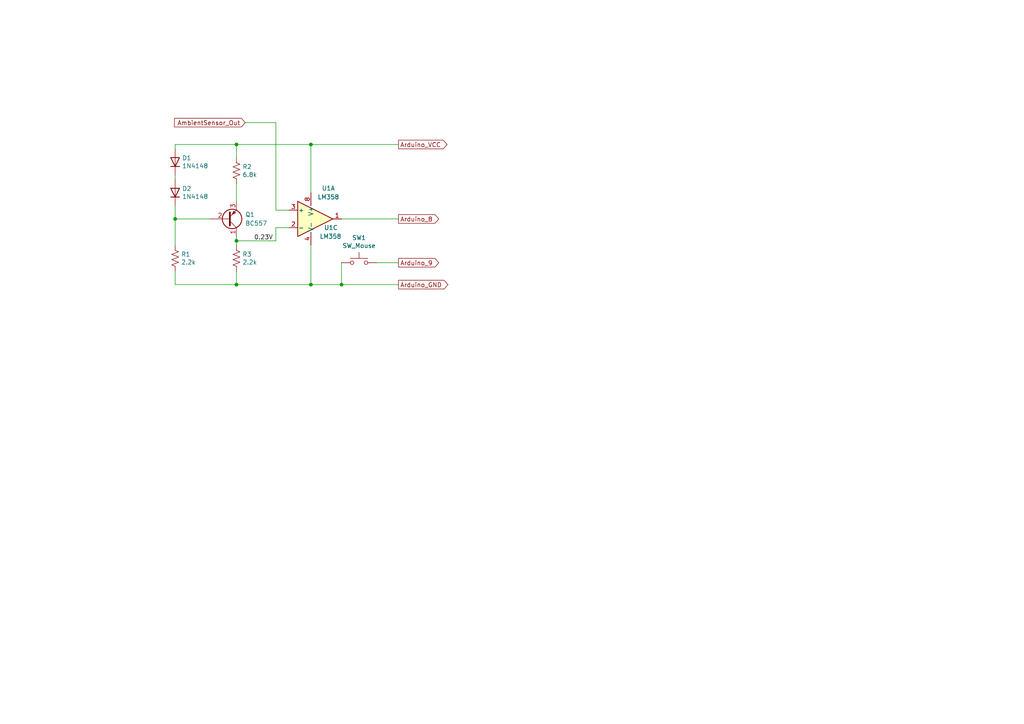
<source format=kicad_sch>
(kicad_sch (version 20211123) (generator eeschema)
  (paper "A4")
  (lib_symbols
    (symbol "Amplifier_Operational:LM358" (pin_names (offset 0.127))
      (property "Reference" "U" (at 0 5.08 0))
      (property "Value" "LM358" (at 0 -5.08 0))
      (symbol "LM358_1_1"
        (polyline (pts (xy -5.08 5.08) (xy 5.08 0) (xy -5.08 -5.08) (xy -5.08 5.08)) (stroke (width 0.254)) (fill (type background)))
        (pin output line (at 7.62 0 180) (length 2.54) (name "~") (number "1"))
        (pin input line (at -7.62 -2.54 0) (length 2.54) (name "-") (number "2"))
        (pin input line (at -7.62 2.54 0) (length 2.54) (name "+") (number "3"))
      )
      (symbol "LM358_2_1"
        (polyline (pts (xy -5.08 5.08) (xy 5.08 0) (xy -5.08 -5.08) (xy -5.08 5.08)) (stroke (width 0.254)) (fill (type background)))
        (pin input line (at -7.62 2.54 0) (length 2.54) (name "+") (number "5"))
        (pin input line (at -7.62 -2.54 0) (length 2.54) (name "-") (number "6"))
        (pin output line (at 7.62 0 180) (length 2.54) (name "~") (number "7"))
      )
      (symbol "LM358_3_1"
        (pin power_in line (at -2.54 -7.62 90) (length 3.81) (name "V-") (number "4"))
        (pin power_in line (at -2.54 7.62 270) (length 3.81) (name "V+") (number "8"))
      )
    )
    (symbol "Device:D" (pin_numbers hide) (pin_names (offset 1.016) hide)
      (property "Reference" "D" (at 0 2.54 0))
      (property "Value" "D" (at 0 -2.54 0))
      (symbol "D_0_1"
        (polyline (pts (xy -1.27 1.27) (xy -1.27 -1.27)) (stroke (width 0.254)))
        (polyline (pts (xy 1.27 0) (xy -1.27 0)))
        (polyline (pts (xy 1.27 1.27) (xy 1.27 -1.27) (xy -1.27 0) (xy 1.27 1.27)) (stroke (width 0.254)))
      )
      (symbol "D_1_1"
        (pin passive line (at -3.81 0 0) (length 2.54) (name "K") (number "1"))
        (pin passive line (at 3.81 0 180) (length 2.54) (name "A") (number "2"))
      )
    )
    (symbol "Device:Q_PNP_CBE" (pin_names (offset 0) hide)
      (property "Reference" "Q" (at 5.08 1.27 0))
      (property "Value" "Q_PNP_CBE" (at 5.08 -1.27 0))
      (symbol "Q_PNP_CBE_0_1"
        (polyline (pts (xy 0.635 0.635) (xy 2.54 2.54)))
        (polyline (pts (xy 0.635 -0.635) (xy 2.54 -2.54) (xy 2.54 -2.54)))
        (polyline (pts (xy 0.635 1.905) (xy 0.635 -1.905) (xy 0.635 -1.905)) (stroke (width 0.508)))
        (polyline (pts (xy 2.286 -1.778) (xy 1.778 -2.286) (xy 1.27 -1.27) (xy 2.286 -1.778) (xy 2.286 -1.778)) (fill (type outline)))
        (circle (center 1.27 0) (radius 2.8194) (stroke (width 0.254)))
      )
      (symbol "Q_PNP_CBE_1_1"
        (pin passive line (at 2.54 5.08 270) (length 2.54) (name "C") (number "1"))
        (pin input line (at -5.08 0 0) (length 5.715) (name "B") (number "2"))
        (pin passive line (at 2.54 -5.08 90) (length 2.54) (name "E") (number "3"))
      )
    )
    (symbol "Device:R_US" (pin_numbers hide) (pin_names (offset 0))
      (property "Reference" "R" (at 2.54 0 90))
      (property "Value" "R_US" (at -2.54 0 90))
      (symbol "R_US_0_1"
        (polyline (pts (xy 0 -2.286) (xy 0 -2.54)))
        (polyline (pts (xy 0 2.286) (xy 0 2.54)))
        (polyline (pts (xy 0 -0.762) (xy 1.016 -1.143) (xy 0 -1.524) (xy -1.016 -1.905) (xy 0 -2.286)))
        (polyline (pts (xy 0 0.762) (xy 1.016 0.381) (xy 0 0) (xy -1.016 -0.381) (xy 0 -0.762)))
        (polyline (pts (xy 0 2.286) (xy 1.016 1.905) (xy 0 1.524) (xy -1.016 1.143) (xy 0 0.762)))
      )
      (symbol "R_US_1_1"
        (pin passive line (at 0 3.81 270) (length 1.27) (name "~") (number "1"))
        (pin passive line (at 0 -3.81 90) (length 1.27) (name "~") (number "2"))
      )
    )
    (symbol "Switch:SW_Push" (pin_numbers hide) (pin_names (offset 1.016) hide)
      (property "Reference" "SW" (at 1.27 2.54 0))
      (property "Value" "SW_Push" (at 0 -1.524 0))
      (symbol "SW_Push_0_1"
        (circle (center -2.032 0) (radius 0.508))
        (polyline (pts (xy 0 1.27) (xy 0 3.048)))
        (polyline (pts (xy 2.54 1.27) (xy -2.54 1.27)))
        (circle (center 2.032 0) (radius 0.508))
        (pin passive line (at -5.08 0 0) (length 2.54) (name "1") (number "1"))
        (pin passive line (at 5.08 0 180) (length 2.54) (name "2") (number "2"))
      )
    )
  )
  (junction (at 90.17 41.91))
  (junction (at 68.58 41.91))
  (junction (at 68.58 82.55))
  (junction (at 90.17 82.55))
  (junction (at 99.06 82.55))
  (junction (at 50.8 63.5))
  (junction (at 68.58 69.85))
  (wire (pts (xy 80.01 35.56) (xy 80.01 60.96)))
  (wire (pts (xy 68.58 82.55) (xy 68.58 78.74)))
  (wire (pts (xy 68.58 53.34) (xy 68.58 58.42)))
  (wire (pts (xy 99.06 82.55) (xy 115.57 82.55)))
  (wire (pts (xy 90.17 82.55) (xy 99.06 82.55)))
  (wire (pts (xy 90.17 71.12) (xy 90.17 82.55)))
  (wire (pts (xy 50.8 50.8) (xy 50.8 52.07)))
  (wire (pts (xy 68.58 82.55) (xy 90.17 82.55)))
  (wire (pts (xy 68.58 69.85) (xy 68.58 71.12)))
  (wire (pts (xy 99.06 76.2) (xy 99.06 82.55)))
  (wire (pts (xy 68.58 41.91) (xy 90.17 41.91)))
  (wire (pts (xy 109.22 76.2) (xy 115.57 76.2)))
  (wire (pts (xy 50.8 82.55) (xy 68.58 82.55)))
  (wire (pts (xy 90.17 41.91) (xy 90.17 55.88)))
  (wire (pts (xy 50.8 59.69) (xy 50.8 63.5)))
  (wire (pts (xy 50.8 43.18) (xy 50.8 41.91)))
  (wire (pts (xy 50.8 41.91) (xy 68.58 41.91)))
  (wire (pts (xy 90.17 41.91) (xy 115.57 41.91)))
  (wire (pts (xy 68.58 68.58) (xy 68.58 69.85)))
  (wire (pts (xy 68.58 69.85) (xy 80.01 69.85)))
  (wire (pts (xy 99.06 63.5) (xy 115.57 63.5)))
  (wire (pts (xy 80.01 69.85) (xy 80.01 66.04)))
  (wire (pts (xy 50.8 63.5) (xy 50.8 71.12)))
  (wire (pts (xy 68.58 41.91) (xy 68.58 45.72)))
  (wire (pts (xy 80.01 60.96) (xy 83.82 60.96)))
  (wire (pts (xy 80.01 66.04) (xy 83.82 66.04)))
  (wire (pts (xy 71.12 35.56) (xy 80.01 35.56)))
  (wire (pts (xy 50.8 78.74) (xy 50.8 82.55)))
  (wire (pts (xy 50.8 63.5) (xy 60.96 63.5)))
  (label "0.23V" (at 73.66 69.85 0))
  (global_label "Arduino_GND" (shape output) (at 115.57 82.55 0) (property "Intersheet References" "${INTERSHEET_REFS}" (effects hide)))
  (global_label "Arduino_9" (shape output) (at 115.57 76.2 0) (property "Intersheet References" "${INTERSHEET_REFS}" (effects hide)))
  (global_label "AmbientSensor_Out" (shape input) (at 71.12 35.56 180) (property "Intersheet References" "${INTERSHEET_REFS}" (effects hide)))
  (global_label "Arduino_VCC" (shape output) (at 115.57 41.91 0) (property "Intersheet References" "${INTERSHEET_REFS}" (effects hide)))
  (global_label "Arduino_8" (shape output) (at 115.57 63.5 0) (property "Intersheet References" "${INTERSHEET_REFS}" (effects hide)))
  (symbol (lib_id "Device:R_US") (at 68.58 49.53 0) (unit 1)
    (property "Reference" "R2" (at 70.3072 48.3616 0) (effects (justify left)))
    (property "Value" "6.8k" (at 70.3072 50.673 0) (effects (justify left)))
  )
  (symbol (lib_id "Amplifier_Operational:LM358") (at 91.44 63.5 0) (unit 1)
    (property "Reference" "U1" (at 95.25 54.61 0))
    (property "Value" "LM358" (at 95.25 57.15 0))
    (property "Datasheet" "http://www.ti.com/lit/ds/symlink/lm2904-n.pdf" (effects hide))
  )
  (symbol (lib_id "Amplifier_Operational:LM358") (at 92.71 63.5 0) (unit 3)
    (property "Reference" "U1" (at 93.98 66.04 0) (effects (justify left)))
    (property "Value" "LM358" (at 92.71 68.58 0) (effects (justify left)))
    (property "Datasheet" "http://www.ti.com/lit/ds/symlink/lm2904-n.pdf" (effects hide))
  )
  (symbol (lib_id "Device:D") (at 50.8 46.99 90) (unit 1)
    (property "Reference" "D1" (at 52.8066 45.8216 90) (effects (justify right)))
    (property "Value" "1N4148" (at 52.8066 48.133 90) (effects (justify right)))
  )
  (symbol (lib_id "Device:R_US") (at 50.8 74.93 0) (unit 1)
    (property "Reference" "R1" (at 52.5272 73.7616 0) (effects (justify left)))
    (property "Value" "2.2k" (at 52.5272 76.073 0) (effects (justify left)))
  )
  (symbol (lib_id "Switch:SW_Push") (at 104.14 76.2 0) (unit 1)
    (property "Reference" "SW1" (at 104.14 68.961 0))
    (property "Value" "SW_Mouse" (at 104.14 71.2724 0))
  )
  (symbol (lib_id "Device:R_US") (at 68.58 74.93 0) (unit 1)
    (property "Reference" "R3" (at 70.3072 73.7616 0) (effects (justify left)))
    (property "Value" "2.2k" (at 70.3072 76.073 0) (effects (justify left)))
  )
  (symbol (lib_id "Device:Q_PNP_CBE") (at 66.04 63.5 0) (mirror x) (unit 1)
    (property "Reference" "Q1" (at 71.12 62.2299 0) (effects (justify left)))
    (property "Value" "BC557" (at 71.12 64.7699 0) (effects (justify left)))
  )
  (symbol (lib_id "Device:D") (at 50.8 55.88 90) (unit 1)
    (property "Reference" "D2" (at 52.8066 54.7116 90) (effects (justify right)))
    (property "Value" "1N4148" (at 52.8066 57.023 90) (effects (justify right)))
  )
)
</source>
